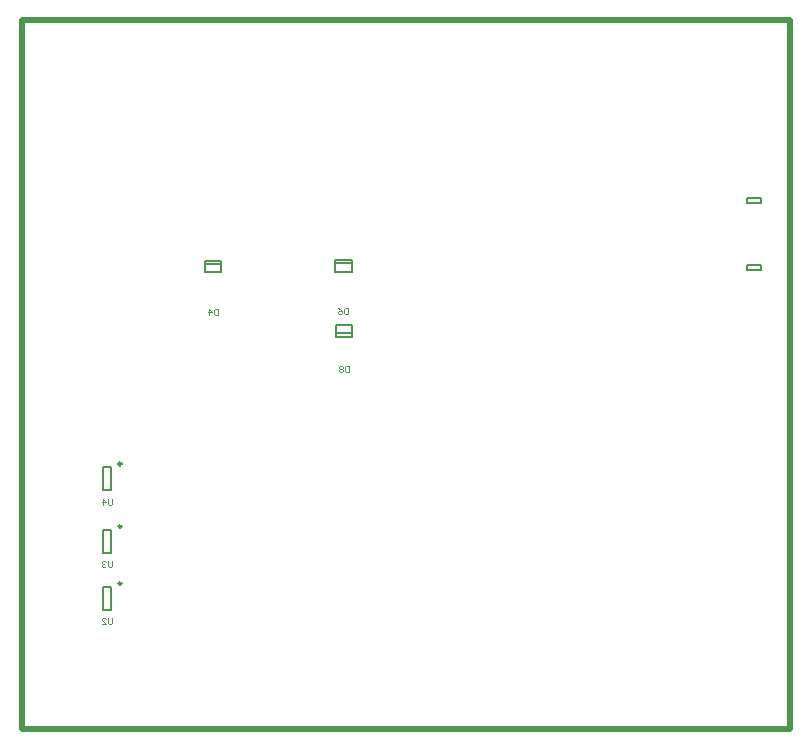
<source format=gbo>
G04*
G04 #@! TF.GenerationSoftware,Altium Limited,Altium Designer,18.1.9 (240)*
G04*
G04 Layer_Color=32896*
%FSLAX24Y24*%
%MOIN*%
G70*
G01*
G75*
%ADD11C,0.0079*%
%ADD12C,0.0100*%
%ADD17C,0.0200*%
%ADD21C,0.0040*%
%ADD22C,0.0050*%
D11*
X6074Y15499D02*
X6626D01*
X6074Y15617D02*
X6626D01*
X6074Y15223D02*
X6626D01*
Y15617D01*
X6074Y15223D02*
Y15617D01*
X10424Y15529D02*
X10975D01*
X10424Y15647D02*
X10975D01*
X10424Y15253D02*
X10975D01*
Y15647D01*
X10424Y15253D02*
Y15647D01*
X10440Y13194D02*
X10991D01*
X10440Y13076D02*
X10991D01*
X10440Y13470D02*
X10991D01*
X10440Y13076D02*
Y13470D01*
X10991Y13076D02*
Y13470D01*
X2703Y4734D02*
X2884D01*
X2756D02*
X2953D01*
Y3966D02*
Y4734D01*
X2703Y3966D02*
X2953D01*
X2703D02*
Y4734D01*
Y6637D02*
X2884D01*
X2756D02*
X2953D01*
Y5870D02*
Y6637D01*
X2703Y5870D02*
X2953D01*
X2703D02*
Y6637D01*
Y8723D02*
X2884D01*
X2756D02*
X2953D01*
Y7956D02*
Y8723D01*
X2703Y7956D02*
X2953D01*
X2703D02*
Y8723D01*
D12*
X3303Y4856D02*
G03*
X3303Y4856I-50J0D01*
G01*
Y6760D02*
G03*
X3303Y6760I-50J0D01*
G01*
X3303Y8845D02*
G03*
X3303Y8845I-50J0D01*
G01*
D17*
X0Y23622D02*
X25591D01*
Y0D02*
Y23622D01*
X0Y0D02*
X25591D01*
X0D02*
Y23622D01*
D21*
X6520Y14020D02*
Y13820D01*
X6420D01*
X6387Y13853D01*
Y13987D01*
X6420Y14020D01*
X6520D01*
X6220Y13820D02*
Y14020D01*
X6320Y13920D01*
X6187D01*
X10870Y14050D02*
Y13850D01*
X10770D01*
X10737Y13883D01*
Y14017D01*
X10770Y14050D01*
X10870D01*
X10537D02*
X10603Y14017D01*
X10670Y13950D01*
Y13883D01*
X10637Y13850D01*
X10570D01*
X10537Y13883D01*
Y13917D01*
X10570Y13950D01*
X10670D01*
X10880Y12110D02*
Y11910D01*
X10780D01*
X10747Y11943D01*
Y12077D01*
X10780Y12110D01*
X10880D01*
X10680Y12077D02*
X10647Y12110D01*
X10580D01*
X10547Y12077D01*
Y12043D01*
X10580Y12010D01*
X10547Y11977D01*
Y11943D01*
X10580Y11910D01*
X10647D01*
X10680Y11943D01*
Y11977D01*
X10647Y12010D01*
X10680Y12043D01*
Y12077D01*
X10647Y12010D02*
X10580D01*
X2990Y3690D02*
Y3523D01*
X2957Y3490D01*
X2890D01*
X2857Y3523D01*
Y3690D01*
X2657Y3490D02*
X2790D01*
X2657Y3623D01*
Y3657D01*
X2690Y3690D01*
X2757D01*
X2790Y3657D01*
X2990Y5590D02*
Y5423D01*
X2957Y5390D01*
X2890D01*
X2857Y5423D01*
Y5590D01*
X2790Y5557D02*
X2757Y5590D01*
X2690D01*
X2657Y5557D01*
Y5523D01*
X2690Y5490D01*
X2723D01*
X2690D01*
X2657Y5457D01*
Y5423D01*
X2690Y5390D01*
X2757D01*
X2790Y5423D01*
X2990Y7680D02*
Y7513D01*
X2957Y7480D01*
X2890D01*
X2857Y7513D01*
Y7680D01*
X2690Y7480D02*
Y7680D01*
X2790Y7580D01*
X2657D01*
D22*
X24171Y15478D02*
X24611D01*
X24171Y15298D02*
X24611D01*
X24171D02*
Y15478D01*
X24611Y15298D02*
Y15478D01*
X24171Y17702D02*
X24611D01*
X24171Y17522D02*
X24611D01*
X24171D02*
Y17702D01*
X24611Y17522D02*
Y17702D01*
M02*

</source>
